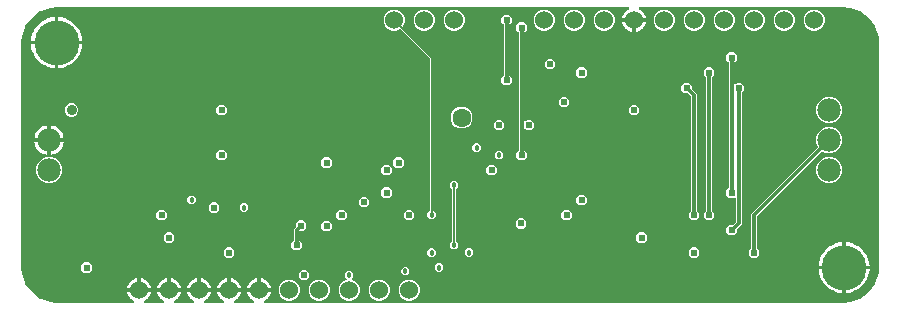
<source format=gbr>
G04 EAGLE Gerber RS-274X export*
G75*
%MOMM*%
%FSLAX34Y34*%
%LPD*%
%INEAGLE Copper Layer 2*%
%IPPOS*%
%AMOC8*
5,1,8,0,0,1.08239X$1,22.5*%
G01*
%ADD10C,1.981200*%
%ADD11C,1.524000*%
%ADD12C,3.816000*%
%ADD13C,0.609600*%
%ADD14C,0.304800*%
%ADD15C,1.600200*%
%ADD16C,0.457200*%
%ADD17C,0.152400*%
%ADD18C,0.914400*%

G36*
X97051Y2044D02*
X97051Y2044D01*
X97119Y2045D01*
X97171Y2063D01*
X97227Y2072D01*
X97287Y2104D01*
X97351Y2127D01*
X97395Y2161D01*
X97444Y2188D01*
X97491Y2237D01*
X97544Y2279D01*
X97575Y2325D01*
X97613Y2366D01*
X97642Y2427D01*
X97679Y2484D01*
X97693Y2538D01*
X97717Y2589D01*
X97725Y2656D01*
X97742Y2722D01*
X97738Y2778D01*
X97744Y2833D01*
X97730Y2900D01*
X97725Y2967D01*
X97704Y3019D01*
X97692Y3074D01*
X97657Y3132D01*
X97631Y3195D01*
X97594Y3237D01*
X97566Y3285D01*
X97514Y3329D01*
X97470Y3380D01*
X97404Y3423D01*
X97379Y3445D01*
X97359Y3453D01*
X97330Y3472D01*
X96275Y4010D01*
X94981Y4950D01*
X93850Y6081D01*
X92910Y7375D01*
X92184Y8800D01*
X91689Y10321D01*
X91554Y11177D01*
X100838Y11177D01*
X100858Y11180D01*
X100877Y11178D01*
X100979Y11200D01*
X101081Y11217D01*
X101098Y11226D01*
X101118Y11230D01*
X101207Y11283D01*
X101298Y11332D01*
X101312Y11346D01*
X101329Y11356D01*
X101396Y11435D01*
X101467Y11510D01*
X101476Y11528D01*
X101489Y11543D01*
X101527Y11639D01*
X101571Y11733D01*
X101573Y11753D01*
X101581Y11771D01*
X101599Y11938D01*
X101599Y12701D01*
X101601Y12701D01*
X101601Y11938D01*
X101604Y11918D01*
X101602Y11899D01*
X101624Y11797D01*
X101641Y11695D01*
X101650Y11678D01*
X101654Y11658D01*
X101707Y11569D01*
X101756Y11478D01*
X101770Y11464D01*
X101780Y11447D01*
X101859Y11380D01*
X101934Y11309D01*
X101952Y11300D01*
X101967Y11287D01*
X102063Y11248D01*
X102157Y11205D01*
X102177Y11203D01*
X102195Y11195D01*
X102362Y11177D01*
X111646Y11177D01*
X111511Y10321D01*
X111016Y8800D01*
X110290Y7375D01*
X109350Y6081D01*
X108219Y4950D01*
X106925Y4010D01*
X105870Y3472D01*
X105816Y3432D01*
X105756Y3400D01*
X105717Y3360D01*
X105672Y3327D01*
X105633Y3271D01*
X105587Y3222D01*
X105563Y3171D01*
X105531Y3125D01*
X105512Y3061D01*
X105483Y2999D01*
X105477Y2943D01*
X105461Y2890D01*
X105463Y2822D01*
X105456Y2755D01*
X105468Y2700D01*
X105470Y2644D01*
X105494Y2580D01*
X105508Y2514D01*
X105537Y2466D01*
X105557Y2414D01*
X105600Y2361D01*
X105634Y2303D01*
X105677Y2267D01*
X105712Y2223D01*
X105770Y2187D01*
X105821Y2143D01*
X105873Y2122D01*
X105921Y2092D01*
X105986Y2077D01*
X106049Y2051D01*
X106128Y2043D01*
X106160Y2035D01*
X106181Y2037D01*
X106216Y2033D01*
X122384Y2033D01*
X122451Y2044D01*
X122519Y2045D01*
X122571Y2063D01*
X122627Y2072D01*
X122687Y2104D01*
X122751Y2127D01*
X122795Y2161D01*
X122844Y2188D01*
X122891Y2237D01*
X122944Y2279D01*
X122975Y2325D01*
X123013Y2366D01*
X123042Y2427D01*
X123079Y2484D01*
X123093Y2538D01*
X123117Y2589D01*
X123125Y2656D01*
X123142Y2722D01*
X123138Y2778D01*
X123144Y2833D01*
X123130Y2900D01*
X123125Y2967D01*
X123104Y3019D01*
X123092Y3074D01*
X123057Y3132D01*
X123031Y3195D01*
X122994Y3237D01*
X122966Y3285D01*
X122914Y3329D01*
X122870Y3380D01*
X122804Y3423D01*
X122779Y3445D01*
X122759Y3453D01*
X122730Y3472D01*
X121675Y4010D01*
X120381Y4950D01*
X119250Y6081D01*
X118310Y7375D01*
X117584Y8800D01*
X117089Y10321D01*
X116954Y11177D01*
X126238Y11177D01*
X126258Y11180D01*
X126277Y11178D01*
X126379Y11200D01*
X126481Y11217D01*
X126498Y11226D01*
X126518Y11230D01*
X126607Y11283D01*
X126698Y11332D01*
X126712Y11346D01*
X126729Y11356D01*
X126796Y11435D01*
X126867Y11510D01*
X126876Y11528D01*
X126889Y11543D01*
X126927Y11639D01*
X126971Y11733D01*
X126973Y11753D01*
X126981Y11771D01*
X126999Y11938D01*
X126999Y12701D01*
X127001Y12701D01*
X127001Y11938D01*
X127004Y11918D01*
X127002Y11899D01*
X127024Y11797D01*
X127041Y11695D01*
X127050Y11678D01*
X127054Y11658D01*
X127107Y11569D01*
X127156Y11478D01*
X127170Y11464D01*
X127180Y11447D01*
X127259Y11380D01*
X127334Y11309D01*
X127352Y11300D01*
X127367Y11287D01*
X127463Y11248D01*
X127557Y11205D01*
X127577Y11203D01*
X127595Y11195D01*
X127762Y11177D01*
X137046Y11177D01*
X136911Y10321D01*
X136416Y8800D01*
X135690Y7375D01*
X134750Y6081D01*
X133619Y4950D01*
X132325Y4010D01*
X131270Y3472D01*
X131216Y3432D01*
X131156Y3400D01*
X131117Y3360D01*
X131072Y3327D01*
X131033Y3271D01*
X130987Y3222D01*
X130963Y3171D01*
X130931Y3125D01*
X130912Y3061D01*
X130883Y2999D01*
X130877Y2943D01*
X130861Y2890D01*
X130863Y2822D01*
X130856Y2755D01*
X130868Y2700D01*
X130870Y2644D01*
X130894Y2580D01*
X130908Y2514D01*
X130937Y2466D01*
X130957Y2414D01*
X131000Y2361D01*
X131034Y2303D01*
X131077Y2267D01*
X131112Y2223D01*
X131170Y2187D01*
X131221Y2143D01*
X131273Y2122D01*
X131321Y2092D01*
X131386Y2077D01*
X131449Y2051D01*
X131528Y2043D01*
X131560Y2035D01*
X131581Y2037D01*
X131616Y2033D01*
X147784Y2033D01*
X147851Y2044D01*
X147919Y2045D01*
X147971Y2063D01*
X148027Y2072D01*
X148087Y2104D01*
X148151Y2127D01*
X148195Y2161D01*
X148244Y2188D01*
X148291Y2237D01*
X148344Y2279D01*
X148375Y2325D01*
X148413Y2366D01*
X148442Y2427D01*
X148479Y2484D01*
X148493Y2538D01*
X148517Y2589D01*
X148525Y2656D01*
X148542Y2722D01*
X148538Y2778D01*
X148544Y2833D01*
X148530Y2900D01*
X148525Y2967D01*
X148504Y3019D01*
X148492Y3074D01*
X148457Y3132D01*
X148431Y3195D01*
X148394Y3237D01*
X148366Y3285D01*
X148314Y3329D01*
X148270Y3380D01*
X148204Y3423D01*
X148179Y3445D01*
X148159Y3453D01*
X148130Y3472D01*
X147075Y4010D01*
X145781Y4950D01*
X144650Y6081D01*
X143710Y7375D01*
X142984Y8800D01*
X142489Y10321D01*
X142354Y11177D01*
X151638Y11177D01*
X151658Y11180D01*
X151677Y11178D01*
X151779Y11200D01*
X151881Y11217D01*
X151898Y11226D01*
X151918Y11230D01*
X152007Y11283D01*
X152098Y11332D01*
X152112Y11346D01*
X152129Y11356D01*
X152196Y11435D01*
X152267Y11510D01*
X152276Y11528D01*
X152289Y11543D01*
X152327Y11639D01*
X152371Y11733D01*
X152373Y11753D01*
X152381Y11771D01*
X152399Y11938D01*
X152399Y12701D01*
X152401Y12701D01*
X152401Y11938D01*
X152404Y11918D01*
X152402Y11899D01*
X152424Y11797D01*
X152441Y11695D01*
X152450Y11678D01*
X152454Y11658D01*
X152507Y11569D01*
X152556Y11478D01*
X152570Y11464D01*
X152580Y11447D01*
X152659Y11380D01*
X152734Y11309D01*
X152752Y11300D01*
X152767Y11287D01*
X152863Y11248D01*
X152957Y11205D01*
X152977Y11203D01*
X152995Y11195D01*
X153162Y11177D01*
X162446Y11177D01*
X162311Y10321D01*
X161816Y8800D01*
X161090Y7375D01*
X160150Y6081D01*
X159019Y4950D01*
X157725Y4010D01*
X156670Y3472D01*
X156616Y3432D01*
X156556Y3400D01*
X156517Y3360D01*
X156472Y3327D01*
X156433Y3271D01*
X156387Y3222D01*
X156363Y3171D01*
X156331Y3125D01*
X156312Y3061D01*
X156283Y2999D01*
X156277Y2943D01*
X156261Y2890D01*
X156263Y2822D01*
X156256Y2755D01*
X156268Y2700D01*
X156270Y2644D01*
X156294Y2580D01*
X156308Y2514D01*
X156337Y2466D01*
X156357Y2414D01*
X156400Y2361D01*
X156434Y2303D01*
X156477Y2267D01*
X156512Y2223D01*
X156570Y2187D01*
X156621Y2143D01*
X156673Y2122D01*
X156721Y2092D01*
X156786Y2077D01*
X156849Y2051D01*
X156928Y2043D01*
X156960Y2035D01*
X156981Y2037D01*
X157016Y2033D01*
X173184Y2033D01*
X173251Y2044D01*
X173319Y2045D01*
X173371Y2063D01*
X173427Y2072D01*
X173487Y2104D01*
X173551Y2127D01*
X173595Y2161D01*
X173644Y2188D01*
X173691Y2237D01*
X173744Y2279D01*
X173775Y2325D01*
X173813Y2366D01*
X173842Y2427D01*
X173879Y2484D01*
X173893Y2538D01*
X173917Y2589D01*
X173925Y2656D01*
X173942Y2722D01*
X173938Y2778D01*
X173944Y2833D01*
X173930Y2900D01*
X173925Y2967D01*
X173904Y3019D01*
X173892Y3074D01*
X173857Y3132D01*
X173831Y3195D01*
X173794Y3237D01*
X173766Y3285D01*
X173714Y3329D01*
X173670Y3380D01*
X173604Y3423D01*
X173579Y3445D01*
X173559Y3453D01*
X173530Y3472D01*
X172475Y4010D01*
X171181Y4950D01*
X170050Y6081D01*
X169110Y7375D01*
X168384Y8800D01*
X167889Y10321D01*
X167754Y11177D01*
X177038Y11177D01*
X177058Y11180D01*
X177077Y11178D01*
X177179Y11200D01*
X177281Y11217D01*
X177298Y11226D01*
X177318Y11230D01*
X177407Y11283D01*
X177498Y11332D01*
X177512Y11346D01*
X177529Y11356D01*
X177596Y11435D01*
X177667Y11510D01*
X177676Y11528D01*
X177689Y11543D01*
X177727Y11639D01*
X177771Y11733D01*
X177773Y11753D01*
X177781Y11771D01*
X177799Y11938D01*
X177799Y12701D01*
X177801Y12701D01*
X177801Y11938D01*
X177804Y11918D01*
X177802Y11899D01*
X177824Y11797D01*
X177841Y11695D01*
X177850Y11678D01*
X177854Y11658D01*
X177907Y11569D01*
X177956Y11478D01*
X177970Y11464D01*
X177980Y11447D01*
X178059Y11380D01*
X178134Y11309D01*
X178152Y11300D01*
X178167Y11287D01*
X178263Y11248D01*
X178357Y11205D01*
X178377Y11203D01*
X178395Y11195D01*
X178562Y11177D01*
X187846Y11177D01*
X187711Y10321D01*
X187216Y8800D01*
X186490Y7375D01*
X185550Y6081D01*
X184419Y4950D01*
X183125Y4010D01*
X182070Y3472D01*
X182016Y3432D01*
X181956Y3400D01*
X181917Y3360D01*
X181872Y3327D01*
X181833Y3271D01*
X181787Y3222D01*
X181763Y3171D01*
X181731Y3125D01*
X181712Y3061D01*
X181683Y2999D01*
X181677Y2943D01*
X181661Y2890D01*
X181663Y2822D01*
X181656Y2755D01*
X181668Y2700D01*
X181670Y2644D01*
X181694Y2580D01*
X181708Y2514D01*
X181737Y2466D01*
X181757Y2414D01*
X181800Y2361D01*
X181834Y2303D01*
X181877Y2267D01*
X181912Y2223D01*
X181970Y2187D01*
X182021Y2143D01*
X182073Y2122D01*
X182121Y2092D01*
X182186Y2077D01*
X182249Y2051D01*
X182328Y2043D01*
X182360Y2035D01*
X182381Y2037D01*
X182416Y2033D01*
X198584Y2033D01*
X198651Y2044D01*
X198719Y2045D01*
X198771Y2063D01*
X198827Y2072D01*
X198887Y2104D01*
X198951Y2127D01*
X198995Y2161D01*
X199044Y2188D01*
X199091Y2237D01*
X199144Y2279D01*
X199175Y2325D01*
X199213Y2366D01*
X199242Y2427D01*
X199279Y2484D01*
X199293Y2538D01*
X199317Y2589D01*
X199325Y2656D01*
X199342Y2722D01*
X199338Y2778D01*
X199344Y2833D01*
X199330Y2900D01*
X199325Y2967D01*
X199304Y3019D01*
X199292Y3074D01*
X199257Y3132D01*
X199231Y3195D01*
X199194Y3237D01*
X199166Y3285D01*
X199114Y3329D01*
X199070Y3380D01*
X199004Y3423D01*
X198979Y3445D01*
X198959Y3453D01*
X198930Y3472D01*
X197875Y4010D01*
X196581Y4950D01*
X195450Y6081D01*
X194510Y7375D01*
X193784Y8800D01*
X193289Y10321D01*
X193154Y11177D01*
X202438Y11177D01*
X202458Y11180D01*
X202477Y11178D01*
X202579Y11200D01*
X202681Y11217D01*
X202698Y11226D01*
X202718Y11230D01*
X202807Y11283D01*
X202898Y11332D01*
X202912Y11346D01*
X202929Y11356D01*
X202996Y11435D01*
X203067Y11510D01*
X203076Y11528D01*
X203089Y11543D01*
X203127Y11639D01*
X203171Y11733D01*
X203173Y11753D01*
X203181Y11771D01*
X203199Y11938D01*
X203199Y12701D01*
X203201Y12701D01*
X203201Y11938D01*
X203204Y11918D01*
X203202Y11899D01*
X203224Y11797D01*
X203241Y11695D01*
X203250Y11678D01*
X203254Y11658D01*
X203307Y11569D01*
X203356Y11478D01*
X203370Y11464D01*
X203380Y11447D01*
X203459Y11380D01*
X203534Y11309D01*
X203552Y11300D01*
X203567Y11287D01*
X203663Y11248D01*
X203757Y11205D01*
X203777Y11203D01*
X203795Y11195D01*
X203962Y11177D01*
X213246Y11177D01*
X213111Y10321D01*
X212616Y8800D01*
X211890Y7375D01*
X210950Y6081D01*
X209819Y4950D01*
X208525Y4010D01*
X207470Y3472D01*
X207416Y3432D01*
X207356Y3400D01*
X207317Y3360D01*
X207272Y3327D01*
X207233Y3271D01*
X207187Y3222D01*
X207163Y3171D01*
X207131Y3125D01*
X207112Y3061D01*
X207083Y2999D01*
X207077Y2943D01*
X207061Y2890D01*
X207063Y2822D01*
X207056Y2755D01*
X207068Y2700D01*
X207070Y2644D01*
X207094Y2580D01*
X207108Y2514D01*
X207137Y2466D01*
X207157Y2414D01*
X207200Y2361D01*
X207234Y2303D01*
X207277Y2267D01*
X207312Y2223D01*
X207370Y2187D01*
X207421Y2143D01*
X207473Y2122D01*
X207521Y2092D01*
X207586Y2077D01*
X207649Y2051D01*
X207728Y2043D01*
X207760Y2035D01*
X207781Y2037D01*
X207816Y2033D01*
X698500Y2033D01*
X698522Y2036D01*
X698560Y2035D01*
X703089Y2392D01*
X703095Y2393D01*
X703101Y2393D01*
X703265Y2426D01*
X711881Y5226D01*
X711913Y5242D01*
X711947Y5251D01*
X712093Y5334D01*
X719422Y10659D01*
X719448Y10685D01*
X719478Y10704D01*
X719591Y10828D01*
X724916Y18157D01*
X724932Y18189D01*
X724955Y18216D01*
X725024Y18369D01*
X727824Y26985D01*
X727824Y26991D01*
X727827Y26996D01*
X727858Y27161D01*
X728215Y31690D01*
X728213Y31712D01*
X728217Y31750D01*
X728217Y222250D01*
X728214Y222272D01*
X728215Y222310D01*
X727858Y226839D01*
X727857Y226845D01*
X727857Y226851D01*
X727824Y227015D01*
X725024Y235631D01*
X725008Y235663D01*
X724999Y235697D01*
X724916Y235843D01*
X719591Y243172D01*
X719565Y243198D01*
X719546Y243228D01*
X719422Y243341D01*
X712093Y248666D01*
X712061Y248682D01*
X712034Y248705D01*
X711881Y248774D01*
X703265Y251574D01*
X703259Y251574D01*
X703254Y251577D01*
X703089Y251608D01*
X698560Y251965D01*
X698538Y251963D01*
X698500Y251967D01*
X525316Y251967D01*
X525249Y251956D01*
X525181Y251955D01*
X525129Y251937D01*
X525073Y251928D01*
X525013Y251896D01*
X524949Y251873D01*
X524905Y251839D01*
X524856Y251812D01*
X524809Y251763D01*
X524756Y251721D01*
X524725Y251675D01*
X524687Y251634D01*
X524658Y251573D01*
X524621Y251516D01*
X524607Y251462D01*
X524583Y251411D01*
X524575Y251344D01*
X524558Y251278D01*
X524562Y251222D01*
X524556Y251167D01*
X524570Y251100D01*
X524575Y251033D01*
X524596Y250981D01*
X524608Y250926D01*
X524643Y250868D01*
X524669Y250805D01*
X524706Y250763D01*
X524734Y250715D01*
X524786Y250671D01*
X524830Y250620D01*
X524896Y250577D01*
X524921Y250555D01*
X524941Y250547D01*
X524970Y250528D01*
X526025Y249990D01*
X527319Y249050D01*
X528450Y247919D01*
X529390Y246625D01*
X530116Y245200D01*
X530611Y243679D01*
X530746Y242823D01*
X521462Y242823D01*
X521442Y242820D01*
X521423Y242822D01*
X521321Y242800D01*
X521219Y242783D01*
X521202Y242774D01*
X521182Y242770D01*
X521093Y242717D01*
X521002Y242668D01*
X520988Y242654D01*
X520971Y242644D01*
X520904Y242565D01*
X520833Y242490D01*
X520824Y242472D01*
X520811Y242457D01*
X520773Y242361D01*
X520729Y242267D01*
X520727Y242247D01*
X520719Y242229D01*
X520701Y242062D01*
X520701Y241299D01*
X520699Y241299D01*
X520699Y242062D01*
X520696Y242082D01*
X520698Y242101D01*
X520676Y242203D01*
X520659Y242305D01*
X520650Y242322D01*
X520646Y242342D01*
X520593Y242431D01*
X520544Y242522D01*
X520530Y242536D01*
X520520Y242553D01*
X520441Y242620D01*
X520366Y242691D01*
X520348Y242700D01*
X520333Y242713D01*
X520237Y242752D01*
X520143Y242795D01*
X520123Y242797D01*
X520105Y242805D01*
X519938Y242823D01*
X510654Y242823D01*
X510789Y243679D01*
X511284Y245200D01*
X512010Y246625D01*
X512950Y247919D01*
X514081Y249050D01*
X515375Y249990D01*
X516430Y250528D01*
X516484Y250568D01*
X516544Y250600D01*
X516583Y250640D01*
X516628Y250673D01*
X516667Y250729D01*
X516713Y250778D01*
X516737Y250829D01*
X516769Y250875D01*
X516788Y250939D01*
X516817Y251001D01*
X516823Y251057D01*
X516839Y251110D01*
X516837Y251178D01*
X516844Y251245D01*
X516832Y251300D01*
X516830Y251356D01*
X516806Y251420D01*
X516792Y251486D01*
X516763Y251534D01*
X516743Y251586D01*
X516700Y251639D01*
X516666Y251697D01*
X516623Y251733D01*
X516588Y251777D01*
X516530Y251813D01*
X516479Y251857D01*
X516427Y251878D01*
X516379Y251908D01*
X516314Y251923D01*
X516251Y251949D01*
X516172Y251957D01*
X516140Y251965D01*
X516119Y251963D01*
X516084Y251967D01*
X31750Y251967D01*
X31728Y251964D01*
X31690Y251965D01*
X27161Y251608D01*
X27155Y251607D01*
X27149Y251607D01*
X26985Y251574D01*
X18369Y248774D01*
X18337Y248758D01*
X18303Y248749D01*
X18157Y248666D01*
X10828Y243341D01*
X10802Y243315D01*
X10772Y243296D01*
X10659Y243172D01*
X5334Y235843D01*
X5318Y235811D01*
X5295Y235784D01*
X5226Y235631D01*
X2426Y227015D01*
X2426Y227009D01*
X2423Y227004D01*
X2392Y226839D01*
X2035Y222310D01*
X2037Y222288D01*
X2033Y222250D01*
X2033Y31750D01*
X2036Y31728D01*
X2035Y31690D01*
X2392Y27161D01*
X2393Y27155D01*
X2393Y27149D01*
X2426Y26985D01*
X5226Y18369D01*
X5242Y18337D01*
X5251Y18303D01*
X5334Y18157D01*
X10659Y10828D01*
X10685Y10802D01*
X10704Y10772D01*
X10828Y10659D01*
X18157Y5334D01*
X18189Y5318D01*
X18216Y5295D01*
X18369Y5226D01*
X26985Y2426D01*
X26991Y2426D01*
X26996Y2423D01*
X27161Y2392D01*
X31690Y2035D01*
X31712Y2037D01*
X31750Y2033D01*
X96984Y2033D01*
X97051Y2044D01*
G37*
%LPC*%
G36*
X601461Y59181D02*
X601461Y59181D01*
X598931Y61711D01*
X598931Y65289D01*
X601461Y67819D01*
X603840Y67819D01*
X603930Y67833D01*
X604021Y67841D01*
X604051Y67853D01*
X604083Y67858D01*
X604163Y67901D01*
X604247Y67937D01*
X604279Y67963D01*
X604300Y67974D01*
X604322Y67997D01*
X604378Y68042D01*
X606963Y70627D01*
X607016Y70701D01*
X607076Y70770D01*
X607088Y70800D01*
X607107Y70827D01*
X607134Y70914D01*
X607168Y70998D01*
X607172Y71039D01*
X607179Y71062D01*
X607178Y71094D01*
X607186Y71165D01*
X607186Y91241D01*
X607175Y91312D01*
X607173Y91383D01*
X607155Y91432D01*
X607147Y91484D01*
X607113Y91547D01*
X607088Y91614D01*
X607056Y91655D01*
X607031Y91701D01*
X606979Y91750D01*
X606935Y91806D01*
X606891Y91834D01*
X606853Y91870D01*
X606788Y91901D01*
X606728Y91939D01*
X606677Y91952D01*
X606630Y91974D01*
X606559Y91982D01*
X606489Y91999D01*
X606437Y91995D01*
X606386Y92001D01*
X606315Y91986D01*
X606244Y91980D01*
X606196Y91960D01*
X606145Y91949D01*
X606084Y91912D01*
X606018Y91884D01*
X605962Y91839D01*
X605934Y91823D01*
X605919Y91805D01*
X605887Y91779D01*
X605039Y90931D01*
X601461Y90931D01*
X598931Y93461D01*
X598931Y97039D01*
X600613Y98721D01*
X600666Y98795D01*
X600726Y98864D01*
X600738Y98894D01*
X600757Y98921D01*
X600784Y99008D01*
X600818Y99092D01*
X600822Y99133D01*
X600829Y99156D01*
X600828Y99188D01*
X600836Y99259D01*
X600836Y205541D01*
X600822Y205631D01*
X600814Y205722D01*
X600802Y205752D01*
X600797Y205784D01*
X600754Y205864D01*
X600718Y205948D01*
X600692Y205980D01*
X600681Y206001D01*
X600658Y206023D01*
X600613Y206079D01*
X598931Y207761D01*
X598931Y211339D01*
X601461Y213869D01*
X605039Y213869D01*
X607569Y211339D01*
X607569Y207761D01*
X605887Y206079D01*
X605834Y206005D01*
X605774Y205936D01*
X605762Y205906D01*
X605743Y205879D01*
X605716Y205792D01*
X605682Y205708D01*
X605678Y205667D01*
X605671Y205644D01*
X605672Y205612D01*
X605664Y205541D01*
X605664Y187859D01*
X605675Y187788D01*
X605677Y187717D01*
X605695Y187668D01*
X605703Y187616D01*
X605737Y187553D01*
X605762Y187486D01*
X605794Y187445D01*
X605819Y187399D01*
X605871Y187350D01*
X605915Y187294D01*
X605959Y187266D01*
X605997Y187230D01*
X606062Y187199D01*
X606122Y187161D01*
X606173Y187148D01*
X606220Y187126D01*
X606291Y187118D01*
X606361Y187101D01*
X606413Y187105D01*
X606464Y187099D01*
X606535Y187114D01*
X606606Y187120D01*
X606654Y187140D01*
X606705Y187151D01*
X606766Y187188D01*
X606832Y187216D01*
X606888Y187261D01*
X606916Y187277D01*
X606931Y187295D01*
X606963Y187321D01*
X607811Y188169D01*
X611389Y188169D01*
X613919Y185639D01*
X613919Y182061D01*
X612237Y180379D01*
X612184Y180305D01*
X612124Y180236D01*
X612112Y180206D01*
X612093Y180179D01*
X612066Y180092D01*
X612032Y180008D01*
X612028Y179967D01*
X612021Y179944D01*
X612022Y179912D01*
X612014Y179841D01*
X612014Y68850D01*
X607792Y64628D01*
X607739Y64554D01*
X607679Y64485D01*
X607667Y64455D01*
X607648Y64428D01*
X607621Y64341D01*
X607587Y64257D01*
X607583Y64216D01*
X607576Y64193D01*
X607577Y64161D01*
X607569Y64090D01*
X607569Y61711D01*
X605039Y59181D01*
X601461Y59181D01*
G37*
%LPD*%
%LPC*%
G36*
X620511Y40131D02*
X620511Y40131D01*
X617981Y42661D01*
X617981Y46239D01*
X619663Y47921D01*
X619716Y47995D01*
X619776Y48064D01*
X619788Y48094D01*
X619807Y48121D01*
X619834Y48208D01*
X619844Y48234D01*
X619858Y48264D01*
X619859Y48270D01*
X619868Y48292D01*
X619872Y48333D01*
X619879Y48356D01*
X619878Y48388D01*
X619886Y48459D01*
X619886Y77200D01*
X675886Y133200D01*
X675929Y133260D01*
X675968Y133301D01*
X675984Y133334D01*
X676024Y133388D01*
X676026Y133394D01*
X676030Y133400D01*
X676060Y133499D01*
X676072Y133524D01*
X676074Y133541D01*
X676100Y133622D01*
X676100Y133629D01*
X676102Y133635D01*
X676099Y133751D01*
X676099Y133767D01*
X676099Y133768D01*
X676099Y133769D01*
X676098Y133868D01*
X676096Y133875D01*
X676096Y133880D01*
X676089Y133898D01*
X676051Y134029D01*
X674623Y137477D01*
X674623Y141923D01*
X676325Y146031D01*
X679469Y149175D01*
X683577Y150877D01*
X688023Y150877D01*
X692131Y149175D01*
X695275Y146031D01*
X696977Y141923D01*
X696977Y137477D01*
X695275Y133369D01*
X692131Y130225D01*
X688023Y128523D01*
X683577Y128523D01*
X680129Y129951D01*
X680016Y129978D01*
X679902Y130006D01*
X679896Y130006D01*
X679890Y130007D01*
X679773Y129996D01*
X679657Y129987D01*
X679651Y129985D01*
X679645Y129984D01*
X679537Y129936D01*
X679431Y129891D01*
X679425Y129886D01*
X679420Y129884D01*
X679407Y129872D01*
X679300Y129786D01*
X624937Y75423D01*
X624884Y75349D01*
X624824Y75280D01*
X624812Y75250D01*
X624793Y75223D01*
X624766Y75136D01*
X624732Y75052D01*
X624728Y75011D01*
X624721Y74988D01*
X624722Y74956D01*
X624714Y74885D01*
X624714Y48459D01*
X624716Y48443D01*
X624715Y48429D01*
X624729Y48365D01*
X624736Y48278D01*
X624748Y48248D01*
X624753Y48216D01*
X624766Y48192D01*
X624767Y48189D01*
X624775Y48176D01*
X624796Y48136D01*
X624832Y48052D01*
X624858Y48020D01*
X624869Y47999D01*
X624892Y47977D01*
X624937Y47921D01*
X626619Y46239D01*
X626619Y42661D01*
X624089Y40131D01*
X620511Y40131D01*
G37*
%LPD*%
%LPC*%
G36*
X347777Y72643D02*
X347777Y72643D01*
X345693Y74727D01*
X345693Y77673D01*
X347375Y79355D01*
X347428Y79429D01*
X347488Y79499D01*
X347500Y79529D01*
X347519Y79555D01*
X347546Y79642D01*
X347580Y79727D01*
X347584Y79768D01*
X347591Y79790D01*
X347590Y79822D01*
X347598Y79894D01*
X347598Y208550D01*
X347584Y208641D01*
X347576Y208731D01*
X347564Y208761D01*
X347559Y208793D01*
X347516Y208874D01*
X347480Y208958D01*
X347454Y208990D01*
X347443Y209011D01*
X347420Y209033D01*
X347375Y209089D01*
X323013Y233451D01*
X322919Y233519D01*
X322824Y233589D01*
X322818Y233591D01*
X322813Y233595D01*
X322702Y233629D01*
X322590Y233666D01*
X322584Y233666D01*
X322578Y233667D01*
X322461Y233664D01*
X322344Y233663D01*
X322337Y233661D01*
X322332Y233661D01*
X322314Y233655D01*
X322183Y233617D01*
X319268Y232409D01*
X315732Y232409D01*
X312464Y233763D01*
X309963Y236264D01*
X308609Y239532D01*
X308609Y243068D01*
X309963Y246336D01*
X312464Y248837D01*
X315732Y250191D01*
X319268Y250191D01*
X322536Y248837D01*
X325037Y246336D01*
X326391Y243068D01*
X326391Y239532D01*
X325183Y236617D01*
X325157Y236503D01*
X325128Y236390D01*
X325129Y236384D01*
X325127Y236378D01*
X325138Y236261D01*
X325147Y236145D01*
X325150Y236139D01*
X325150Y236133D01*
X325198Y236025D01*
X325244Y235918D01*
X325248Y235913D01*
X325250Y235908D01*
X325263Y235894D01*
X325349Y235787D01*
X350902Y210234D01*
X350902Y79894D01*
X350916Y79803D01*
X350924Y79713D01*
X350936Y79683D01*
X350941Y79651D01*
X350984Y79570D01*
X351020Y79486D01*
X351046Y79454D01*
X351057Y79433D01*
X351080Y79411D01*
X351125Y79355D01*
X352807Y77673D01*
X352807Y74727D01*
X350723Y72643D01*
X347777Y72643D01*
G37*
%LPD*%
%LPC*%
G36*
X423661Y122681D02*
X423661Y122681D01*
X421131Y125211D01*
X421131Y128789D01*
X422813Y130471D01*
X422866Y130545D01*
X422926Y130614D01*
X422938Y130644D01*
X422957Y130671D01*
X422984Y130758D01*
X423018Y130842D01*
X423022Y130883D01*
X423029Y130906D01*
X423028Y130938D01*
X423036Y131009D01*
X423036Y230941D01*
X423022Y231031D01*
X423014Y231122D01*
X423002Y231152D01*
X422997Y231184D01*
X422954Y231264D01*
X422918Y231348D01*
X422892Y231380D01*
X422881Y231401D01*
X422858Y231423D01*
X422813Y231479D01*
X421131Y233161D01*
X421131Y236739D01*
X423661Y239269D01*
X427239Y239269D01*
X429769Y236739D01*
X429769Y233161D01*
X428087Y231479D01*
X428034Y231405D01*
X427974Y231336D01*
X427962Y231306D01*
X427943Y231279D01*
X427916Y231192D01*
X427882Y231108D01*
X427878Y231067D01*
X427871Y231044D01*
X427872Y231012D01*
X427864Y230941D01*
X427864Y156409D01*
X427875Y156338D01*
X427877Y156267D01*
X427895Y156218D01*
X427903Y156166D01*
X427937Y156103D01*
X427962Y156036D01*
X427994Y155995D01*
X428019Y155949D01*
X428071Y155900D01*
X428115Y155844D01*
X428159Y155816D01*
X428197Y155780D01*
X428262Y155749D01*
X428322Y155711D01*
X428373Y155698D01*
X428420Y155676D01*
X428491Y155668D01*
X428561Y155651D01*
X428613Y155655D01*
X428664Y155649D01*
X428735Y155664D01*
X428806Y155670D01*
X428854Y155690D01*
X428905Y155701D01*
X428966Y155738D01*
X429032Y155766D01*
X429088Y155811D01*
X429116Y155827D01*
X429131Y155845D01*
X429163Y155871D01*
X430011Y156719D01*
X433589Y156719D01*
X436119Y154189D01*
X436119Y150611D01*
X433589Y148081D01*
X430011Y148081D01*
X429163Y148929D01*
X429105Y148971D01*
X429053Y149020D01*
X429006Y149042D01*
X428964Y149073D01*
X428895Y149094D01*
X428830Y149124D01*
X428778Y149130D01*
X428728Y149145D01*
X428657Y149143D01*
X428586Y149151D01*
X428535Y149140D01*
X428483Y149139D01*
X428415Y149114D01*
X428345Y149099D01*
X428300Y149072D01*
X428252Y149054D01*
X428196Y149009D01*
X428134Y148973D01*
X428100Y148933D01*
X428060Y148901D01*
X428021Y148840D01*
X427974Y148786D01*
X427955Y148737D01*
X427927Y148694D01*
X427909Y148624D01*
X427882Y148558D01*
X427874Y148486D01*
X427866Y148455D01*
X427868Y148432D01*
X427864Y148391D01*
X427864Y131009D01*
X427878Y130919D01*
X427886Y130828D01*
X427898Y130798D01*
X427903Y130766D01*
X427946Y130686D01*
X427982Y130602D01*
X428008Y130570D01*
X428019Y130549D01*
X428042Y130527D01*
X428087Y130471D01*
X429769Y128789D01*
X429769Y125211D01*
X427239Y122681D01*
X423661Y122681D01*
G37*
%LPD*%
%LPC*%
G36*
X582411Y71881D02*
X582411Y71881D01*
X579881Y74411D01*
X579881Y77989D01*
X581563Y79671D01*
X581616Y79745D01*
X581676Y79814D01*
X581688Y79844D01*
X581707Y79871D01*
X581734Y79958D01*
X581768Y80042D01*
X581772Y80083D01*
X581779Y80106D01*
X581778Y80138D01*
X581786Y80209D01*
X581786Y192841D01*
X581772Y192931D01*
X581764Y193022D01*
X581752Y193052D01*
X581747Y193084D01*
X581704Y193164D01*
X581668Y193248D01*
X581642Y193280D01*
X581631Y193301D01*
X581608Y193323D01*
X581563Y193379D01*
X579881Y195061D01*
X579881Y198639D01*
X582411Y201169D01*
X585989Y201169D01*
X588519Y198639D01*
X588519Y195061D01*
X586837Y193379D01*
X586784Y193305D01*
X586724Y193236D01*
X586712Y193206D01*
X586693Y193179D01*
X586666Y193092D01*
X586632Y193008D01*
X586628Y192967D01*
X586621Y192944D01*
X586622Y192912D01*
X586614Y192841D01*
X586614Y80209D01*
X586628Y80119D01*
X586636Y80028D01*
X586648Y79998D01*
X586653Y79966D01*
X586696Y79886D01*
X586732Y79802D01*
X586758Y79770D01*
X586769Y79749D01*
X586792Y79727D01*
X586837Y79671D01*
X588519Y77989D01*
X588519Y74411D01*
X585989Y71881D01*
X582411Y71881D01*
G37*
%LPD*%
%LPC*%
G36*
X569711Y71881D02*
X569711Y71881D01*
X567181Y74411D01*
X567181Y77989D01*
X568863Y79671D01*
X568916Y79745D01*
X568976Y79814D01*
X568988Y79844D01*
X569007Y79871D01*
X569034Y79958D01*
X569068Y80042D01*
X569072Y80083D01*
X569079Y80106D01*
X569078Y80138D01*
X569086Y80209D01*
X569086Y176185D01*
X569072Y176275D01*
X569064Y176366D01*
X569052Y176396D01*
X569047Y176428D01*
X569004Y176508D01*
X568968Y176592D01*
X568942Y176624D01*
X568931Y176645D01*
X568908Y176667D01*
X568863Y176723D01*
X566278Y179308D01*
X566204Y179361D01*
X566135Y179421D01*
X566105Y179433D01*
X566078Y179452D01*
X565991Y179479D01*
X565907Y179513D01*
X565866Y179517D01*
X565843Y179524D01*
X565811Y179523D01*
X565740Y179531D01*
X563361Y179531D01*
X560831Y182061D01*
X560831Y185639D01*
X563361Y188169D01*
X566939Y188169D01*
X569469Y185639D01*
X569469Y183260D01*
X569483Y183170D01*
X569491Y183079D01*
X569503Y183049D01*
X569508Y183017D01*
X569551Y182937D01*
X569587Y182853D01*
X569613Y182821D01*
X569624Y182800D01*
X569647Y182778D01*
X569692Y182722D01*
X573914Y178500D01*
X573914Y80209D01*
X573928Y80119D01*
X573936Y80028D01*
X573948Y79998D01*
X573953Y79966D01*
X573996Y79886D01*
X574032Y79802D01*
X574058Y79770D01*
X574069Y79749D01*
X574092Y79727D01*
X574137Y79671D01*
X575819Y77989D01*
X575819Y74411D01*
X573289Y71881D01*
X569711Y71881D01*
G37*
%LPD*%
%LPC*%
G36*
X683577Y103123D02*
X683577Y103123D01*
X679469Y104825D01*
X676325Y107969D01*
X674623Y112077D01*
X674623Y116523D01*
X676325Y120631D01*
X679469Y123775D01*
X683577Y125477D01*
X688023Y125477D01*
X692131Y123775D01*
X695275Y120631D01*
X696977Y116523D01*
X696977Y112077D01*
X695275Y107969D01*
X692131Y104825D01*
X688023Y103123D01*
X683577Y103123D01*
G37*
%LPD*%
%LPC*%
G36*
X23177Y103123D02*
X23177Y103123D01*
X19069Y104825D01*
X15925Y107969D01*
X14223Y112077D01*
X14223Y116523D01*
X15925Y120631D01*
X19069Y123775D01*
X23177Y125477D01*
X27623Y125477D01*
X31731Y123775D01*
X34875Y120631D01*
X36577Y116523D01*
X36577Y112077D01*
X34875Y107969D01*
X31731Y104825D01*
X27623Y103123D01*
X23177Y103123D01*
G37*
%LPD*%
%LPC*%
G36*
X683577Y153923D02*
X683577Y153923D01*
X679469Y155625D01*
X676325Y158769D01*
X674623Y162877D01*
X674623Y167323D01*
X676325Y171431D01*
X679469Y174575D01*
X683577Y176277D01*
X688023Y176277D01*
X692131Y174575D01*
X695275Y171431D01*
X696977Y167323D01*
X696977Y162877D01*
X695275Y158769D01*
X692131Y155625D01*
X688023Y153923D01*
X683577Y153923D01*
G37*
%LPD*%
%LPC*%
G36*
X410961Y186181D02*
X410961Y186181D01*
X408431Y188711D01*
X408431Y192289D01*
X410113Y193971D01*
X410166Y194045D01*
X410226Y194114D01*
X410238Y194144D01*
X410257Y194171D01*
X410284Y194258D01*
X410318Y194342D01*
X410322Y194383D01*
X410329Y194406D01*
X410328Y194438D01*
X410336Y194509D01*
X410336Y237291D01*
X410335Y237298D01*
X410334Y237302D01*
X410322Y237381D01*
X410314Y237472D01*
X410302Y237502D01*
X410297Y237534D01*
X410254Y237614D01*
X410218Y237698D01*
X410192Y237730D01*
X410181Y237751D01*
X410158Y237773D01*
X410113Y237829D01*
X408431Y239511D01*
X408431Y243089D01*
X410961Y245619D01*
X414539Y245619D01*
X417069Y243089D01*
X417069Y239511D01*
X415387Y237829D01*
X415334Y237755D01*
X415274Y237686D01*
X415262Y237656D01*
X415243Y237629D01*
X415216Y237542D01*
X415182Y237458D01*
X415178Y237417D01*
X415171Y237394D01*
X415172Y237362D01*
X415164Y237291D01*
X415164Y194509D01*
X415178Y194419D01*
X415186Y194328D01*
X415198Y194298D01*
X415203Y194266D01*
X415246Y194186D01*
X415282Y194102D01*
X415308Y194070D01*
X415319Y194049D01*
X415342Y194027D01*
X415387Y193971D01*
X417069Y192289D01*
X417069Y188711D01*
X414539Y186181D01*
X410961Y186181D01*
G37*
%LPD*%
%LPC*%
G36*
X700023Y33273D02*
X700023Y33273D01*
X700023Y53357D01*
X702727Y53001D01*
X705465Y52267D01*
X708083Y51183D01*
X710538Y49766D01*
X712786Y48040D01*
X714790Y46036D01*
X716516Y43788D01*
X717933Y41333D01*
X719017Y38715D01*
X719751Y35977D01*
X720107Y33273D01*
X700023Y33273D01*
G37*
%LPD*%
%LPC*%
G36*
X33273Y223773D02*
X33273Y223773D01*
X33273Y243857D01*
X35977Y243501D01*
X38715Y242767D01*
X41333Y241683D01*
X43788Y240266D01*
X46036Y238540D01*
X48040Y236536D01*
X49766Y234288D01*
X51183Y231833D01*
X52267Y229215D01*
X53001Y226477D01*
X53357Y223773D01*
X33273Y223773D01*
G37*
%LPD*%
%LPC*%
G36*
X33273Y220727D02*
X33273Y220727D01*
X53357Y220727D01*
X53001Y218023D01*
X52267Y215285D01*
X51183Y212667D01*
X49766Y210212D01*
X48040Y207964D01*
X46036Y205960D01*
X43788Y204234D01*
X41333Y202817D01*
X38715Y201733D01*
X35977Y200999D01*
X33273Y200643D01*
X33273Y220727D01*
G37*
%LPD*%
%LPC*%
G36*
X700023Y30227D02*
X700023Y30227D01*
X720107Y30227D01*
X719751Y27523D01*
X719017Y24785D01*
X717933Y22167D01*
X716516Y19712D01*
X714790Y17464D01*
X712786Y15460D01*
X710538Y13734D01*
X708083Y12317D01*
X705465Y11233D01*
X702727Y10499D01*
X700023Y10143D01*
X700023Y30227D01*
G37*
%LPD*%
%LPC*%
G36*
X10143Y223773D02*
X10143Y223773D01*
X10499Y226477D01*
X11233Y229215D01*
X12317Y231833D01*
X13734Y234288D01*
X15460Y236536D01*
X17464Y238540D01*
X19712Y240266D01*
X22167Y241683D01*
X24785Y242767D01*
X27523Y243501D01*
X30227Y243857D01*
X30227Y223773D01*
X10143Y223773D01*
G37*
%LPD*%
%LPC*%
G36*
X676893Y33273D02*
X676893Y33273D01*
X677249Y35977D01*
X677983Y38715D01*
X679067Y41333D01*
X680484Y43788D01*
X682210Y46036D01*
X684214Y48040D01*
X686462Y49766D01*
X688917Y51183D01*
X691535Y52267D01*
X694273Y53001D01*
X696977Y53357D01*
X696977Y33273D01*
X676893Y33273D01*
G37*
%LPD*%
%LPC*%
G36*
X27523Y200999D02*
X27523Y200999D01*
X24785Y201733D01*
X22167Y202817D01*
X19712Y204234D01*
X17464Y205960D01*
X15460Y207964D01*
X13734Y210212D01*
X12317Y212667D01*
X11233Y215285D01*
X10499Y218023D01*
X10143Y220727D01*
X30227Y220727D01*
X30227Y200643D01*
X27523Y200999D01*
G37*
%LPD*%
%LPC*%
G36*
X694273Y10499D02*
X694273Y10499D01*
X691535Y11233D01*
X688917Y12317D01*
X686462Y13734D01*
X684214Y15460D01*
X682210Y17464D01*
X680484Y19712D01*
X679067Y22167D01*
X677983Y24785D01*
X677249Y27523D01*
X676893Y30227D01*
X696977Y30227D01*
X696977Y10143D01*
X694273Y10499D01*
G37*
%LPD*%
%LPC*%
G36*
X277632Y3809D02*
X277632Y3809D01*
X274364Y5163D01*
X271863Y7664D01*
X270509Y10932D01*
X270509Y14468D01*
X271863Y17736D01*
X274364Y20237D01*
X276966Y21315D01*
X277005Y21339D01*
X277048Y21355D01*
X277109Y21404D01*
X277175Y21445D01*
X277205Y21480D01*
X277240Y21509D01*
X277283Y21574D01*
X277332Y21634D01*
X277349Y21677D01*
X277373Y21716D01*
X277392Y21791D01*
X277420Y21864D01*
X277422Y21910D01*
X277434Y21954D01*
X277427Y22032D01*
X277431Y22110D01*
X277418Y22154D01*
X277414Y22199D01*
X277384Y22271D01*
X277362Y22346D01*
X277336Y22384D01*
X277318Y22426D01*
X277233Y22533D01*
X277222Y22548D01*
X277218Y22551D01*
X277213Y22557D01*
X275843Y23927D01*
X275843Y26873D01*
X277927Y28957D01*
X280873Y28957D01*
X282957Y26873D01*
X282957Y23927D01*
X281587Y22557D01*
X281560Y22520D01*
X281526Y22488D01*
X281489Y22420D01*
X281443Y22357D01*
X281430Y22313D01*
X281408Y22273D01*
X281394Y22196D01*
X281371Y22122D01*
X281372Y22076D01*
X281364Y22031D01*
X281375Y21954D01*
X281377Y21876D01*
X281393Y21833D01*
X281400Y21788D01*
X281435Y21718D01*
X281462Y21645D01*
X281490Y21609D01*
X281511Y21568D01*
X281567Y21514D01*
X281615Y21453D01*
X281654Y21428D01*
X281687Y21396D01*
X281807Y21330D01*
X281822Y21320D01*
X281827Y21319D01*
X281834Y21315D01*
X284436Y20237D01*
X286937Y17736D01*
X288291Y14468D01*
X288291Y10932D01*
X286937Y7664D01*
X284436Y5163D01*
X281168Y3809D01*
X277632Y3809D01*
G37*
%LPD*%
%LPC*%
G36*
X372806Y149478D02*
X372806Y149478D01*
X369398Y150890D01*
X366790Y153498D01*
X365378Y156906D01*
X365378Y160594D01*
X366790Y164002D01*
X369398Y166610D01*
X372806Y168022D01*
X376494Y168022D01*
X379902Y166610D01*
X382510Y164002D01*
X383922Y160594D01*
X383922Y156906D01*
X382510Y153498D01*
X379902Y150890D01*
X376494Y149478D01*
X372806Y149478D01*
G37*
%LPD*%
%LPC*%
G36*
X645932Y232409D02*
X645932Y232409D01*
X642664Y233763D01*
X640163Y236264D01*
X638809Y239532D01*
X638809Y243068D01*
X640163Y246336D01*
X642664Y248837D01*
X645932Y250191D01*
X649468Y250191D01*
X652736Y248837D01*
X655237Y246336D01*
X656591Y243068D01*
X656591Y239532D01*
X655237Y236264D01*
X652736Y233763D01*
X649468Y232409D01*
X645932Y232409D01*
G37*
%LPD*%
%LPC*%
G36*
X303032Y3809D02*
X303032Y3809D01*
X299764Y5163D01*
X297263Y7664D01*
X295909Y10932D01*
X295909Y14468D01*
X297263Y17736D01*
X299764Y20237D01*
X303032Y21591D01*
X306568Y21591D01*
X309836Y20237D01*
X312337Y17736D01*
X313691Y14468D01*
X313691Y10932D01*
X312337Y7664D01*
X309836Y5163D01*
X306568Y3809D01*
X303032Y3809D01*
G37*
%LPD*%
%LPC*%
G36*
X468132Y232409D02*
X468132Y232409D01*
X464864Y233763D01*
X462363Y236264D01*
X461009Y239532D01*
X461009Y243068D01*
X462363Y246336D01*
X464864Y248837D01*
X468132Y250191D01*
X471668Y250191D01*
X474936Y248837D01*
X477437Y246336D01*
X478791Y243068D01*
X478791Y239532D01*
X477437Y236264D01*
X474936Y233763D01*
X471668Y232409D01*
X468132Y232409D01*
G37*
%LPD*%
%LPC*%
G36*
X341132Y232409D02*
X341132Y232409D01*
X337864Y233763D01*
X335363Y236264D01*
X334009Y239532D01*
X334009Y243068D01*
X335363Y246336D01*
X337864Y248837D01*
X341132Y250191D01*
X344668Y250191D01*
X347936Y248837D01*
X350437Y246336D01*
X351791Y243068D01*
X351791Y239532D01*
X350437Y236264D01*
X347936Y233763D01*
X344668Y232409D01*
X341132Y232409D01*
G37*
%LPD*%
%LPC*%
G36*
X366532Y232409D02*
X366532Y232409D01*
X363264Y233763D01*
X360763Y236264D01*
X359409Y239532D01*
X359409Y243068D01*
X360763Y246336D01*
X363264Y248837D01*
X366532Y250191D01*
X370068Y250191D01*
X373336Y248837D01*
X375837Y246336D01*
X377191Y243068D01*
X377191Y239532D01*
X375837Y236264D01*
X373336Y233763D01*
X370068Y232409D01*
X366532Y232409D01*
G37*
%LPD*%
%LPC*%
G36*
X442732Y232409D02*
X442732Y232409D01*
X439464Y233763D01*
X436963Y236264D01*
X435609Y239532D01*
X435609Y243068D01*
X436963Y246336D01*
X439464Y248837D01*
X442732Y250191D01*
X446268Y250191D01*
X449536Y248837D01*
X452037Y246336D01*
X453391Y243068D01*
X453391Y239532D01*
X452037Y236264D01*
X449536Y233763D01*
X446268Y232409D01*
X442732Y232409D01*
G37*
%LPD*%
%LPC*%
G36*
X671332Y232409D02*
X671332Y232409D01*
X668064Y233763D01*
X665563Y236264D01*
X664209Y239532D01*
X664209Y243068D01*
X665563Y246336D01*
X668064Y248837D01*
X671332Y250191D01*
X674868Y250191D01*
X678136Y248837D01*
X680637Y246336D01*
X681991Y243068D01*
X681991Y239532D01*
X680637Y236264D01*
X678136Y233763D01*
X674868Y232409D01*
X671332Y232409D01*
G37*
%LPD*%
%LPC*%
G36*
X493532Y232409D02*
X493532Y232409D01*
X490264Y233763D01*
X487763Y236264D01*
X486409Y239532D01*
X486409Y243068D01*
X487763Y246336D01*
X490264Y248837D01*
X493532Y250191D01*
X497068Y250191D01*
X500336Y248837D01*
X502837Y246336D01*
X504191Y243068D01*
X504191Y239532D01*
X502837Y236264D01*
X500336Y233763D01*
X497068Y232409D01*
X493532Y232409D01*
G37*
%LPD*%
%LPC*%
G36*
X569732Y232409D02*
X569732Y232409D01*
X566464Y233763D01*
X563963Y236264D01*
X562609Y239532D01*
X562609Y243068D01*
X563963Y246336D01*
X566464Y248837D01*
X569732Y250191D01*
X573268Y250191D01*
X576536Y248837D01*
X579037Y246336D01*
X580391Y243068D01*
X580391Y239532D01*
X579037Y236264D01*
X576536Y233763D01*
X573268Y232409D01*
X569732Y232409D01*
G37*
%LPD*%
%LPC*%
G36*
X544332Y232409D02*
X544332Y232409D01*
X541064Y233763D01*
X538563Y236264D01*
X537209Y239532D01*
X537209Y243068D01*
X538563Y246336D01*
X541064Y248837D01*
X544332Y250191D01*
X547868Y250191D01*
X551136Y248837D01*
X553637Y246336D01*
X554991Y243068D01*
X554991Y239532D01*
X553637Y236264D01*
X551136Y233763D01*
X547868Y232409D01*
X544332Y232409D01*
G37*
%LPD*%
%LPC*%
G36*
X595132Y232409D02*
X595132Y232409D01*
X591864Y233763D01*
X589363Y236264D01*
X588009Y239532D01*
X588009Y243068D01*
X589363Y246336D01*
X591864Y248837D01*
X595132Y250191D01*
X598668Y250191D01*
X601936Y248837D01*
X604437Y246336D01*
X605791Y243068D01*
X605791Y239532D01*
X604437Y236264D01*
X601936Y233763D01*
X598668Y232409D01*
X595132Y232409D01*
G37*
%LPD*%
%LPC*%
G36*
X620532Y232409D02*
X620532Y232409D01*
X617264Y233763D01*
X614763Y236264D01*
X613409Y239532D01*
X613409Y243068D01*
X614763Y246336D01*
X617264Y248837D01*
X620532Y250191D01*
X624068Y250191D01*
X627336Y248837D01*
X629837Y246336D01*
X631191Y243068D01*
X631191Y239532D01*
X629837Y236264D01*
X627336Y233763D01*
X624068Y232409D01*
X620532Y232409D01*
G37*
%LPD*%
%LPC*%
G36*
X252232Y3809D02*
X252232Y3809D01*
X248964Y5163D01*
X246463Y7664D01*
X245109Y10932D01*
X245109Y14468D01*
X246463Y17736D01*
X248964Y20237D01*
X252232Y21591D01*
X255768Y21591D01*
X259036Y20237D01*
X261537Y17736D01*
X262891Y14468D01*
X262891Y10932D01*
X261537Y7664D01*
X259036Y5163D01*
X255768Y3809D01*
X252232Y3809D01*
G37*
%LPD*%
%LPC*%
G36*
X226832Y3809D02*
X226832Y3809D01*
X223564Y5163D01*
X221063Y7664D01*
X219709Y10932D01*
X219709Y14468D01*
X221063Y17736D01*
X223564Y20237D01*
X226832Y21591D01*
X230368Y21591D01*
X233636Y20237D01*
X236137Y17736D01*
X237491Y14468D01*
X237491Y10932D01*
X236137Y7664D01*
X233636Y5163D01*
X230368Y3809D01*
X226832Y3809D01*
G37*
%LPD*%
%LPC*%
G36*
X328432Y3809D02*
X328432Y3809D01*
X325164Y5163D01*
X322663Y7664D01*
X321309Y10932D01*
X321309Y14468D01*
X322663Y17736D01*
X325164Y20237D01*
X328432Y21591D01*
X331968Y21591D01*
X335236Y20237D01*
X337737Y17736D01*
X339091Y14468D01*
X339091Y10932D01*
X337737Y7664D01*
X335236Y5163D01*
X331968Y3809D01*
X328432Y3809D01*
G37*
%LPD*%
%LPC*%
G36*
X366827Y47243D02*
X366827Y47243D01*
X364743Y49327D01*
X364743Y52273D01*
X366425Y53955D01*
X366478Y54029D01*
X366538Y54099D01*
X366550Y54129D01*
X366569Y54155D01*
X366596Y54242D01*
X366630Y54327D01*
X366634Y54368D01*
X366641Y54390D01*
X366640Y54422D01*
X366648Y54494D01*
X366648Y97906D01*
X366634Y97997D01*
X366626Y98087D01*
X366614Y98117D01*
X366609Y98149D01*
X366566Y98230D01*
X366530Y98314D01*
X366504Y98346D01*
X366493Y98367D01*
X366470Y98389D01*
X366425Y98445D01*
X364743Y100127D01*
X364743Y103073D01*
X366827Y105157D01*
X369773Y105157D01*
X371857Y103073D01*
X371857Y100127D01*
X370175Y98445D01*
X370122Y98371D01*
X370062Y98301D01*
X370050Y98271D01*
X370031Y98245D01*
X370004Y98158D01*
X369970Y98073D01*
X369966Y98032D01*
X369959Y98010D01*
X369960Y97978D01*
X369952Y97906D01*
X369952Y54494D01*
X369966Y54403D01*
X369974Y54313D01*
X369986Y54283D01*
X369991Y54251D01*
X370034Y54170D01*
X370070Y54086D01*
X370096Y54054D01*
X370107Y54033D01*
X370130Y54011D01*
X370175Y53955D01*
X371857Y52273D01*
X371857Y49327D01*
X369773Y47243D01*
X366827Y47243D01*
G37*
%LPD*%
%LPC*%
G36*
X233161Y46481D02*
X233161Y46481D01*
X230631Y49011D01*
X230631Y52589D01*
X232313Y54271D01*
X232366Y54345D01*
X232426Y54414D01*
X232438Y54444D01*
X232457Y54471D01*
X232484Y54558D01*
X232518Y54642D01*
X232522Y54683D01*
X232529Y54706D01*
X232528Y54738D01*
X232536Y54809D01*
X232536Y64500D01*
X234218Y66182D01*
X234271Y66256D01*
X234331Y66325D01*
X234343Y66355D01*
X234362Y66382D01*
X234389Y66469D01*
X234423Y66553D01*
X234427Y66594D01*
X234434Y66617D01*
X234433Y66649D01*
X234441Y66720D01*
X234441Y69099D01*
X236971Y71629D01*
X240549Y71629D01*
X243079Y69099D01*
X243079Y65521D01*
X240549Y62991D01*
X238170Y62991D01*
X238080Y62977D01*
X237989Y62969D01*
X237959Y62957D01*
X237927Y62952D01*
X237847Y62909D01*
X237763Y62873D01*
X237731Y62847D01*
X237710Y62836D01*
X237688Y62813D01*
X237632Y62768D01*
X237587Y62723D01*
X237534Y62649D01*
X237474Y62580D01*
X237462Y62550D01*
X237443Y62523D01*
X237416Y62436D01*
X237395Y62382D01*
X237392Y62376D01*
X237392Y62375D01*
X237382Y62352D01*
X237378Y62311D01*
X237371Y62288D01*
X237372Y62256D01*
X237364Y62185D01*
X237364Y54809D01*
X237378Y54719D01*
X237386Y54628D01*
X237398Y54598D01*
X237403Y54566D01*
X237446Y54486D01*
X237482Y54402D01*
X237508Y54370D01*
X237519Y54349D01*
X237542Y54327D01*
X237587Y54271D01*
X239269Y52589D01*
X239269Y49011D01*
X236739Y46481D01*
X233161Y46481D01*
G37*
%LPD*%
%LPC*%
G36*
X43288Y159257D02*
X43288Y159257D01*
X41140Y160147D01*
X39497Y161790D01*
X38607Y163938D01*
X38607Y166262D01*
X39497Y168410D01*
X41140Y170053D01*
X43288Y170943D01*
X45612Y170943D01*
X47760Y170053D01*
X49403Y168410D01*
X50293Y166262D01*
X50293Y163938D01*
X49403Y161790D01*
X47760Y160147D01*
X45612Y159257D01*
X43288Y159257D01*
G37*
%LPD*%
%LPC*%
G36*
X26923Y141223D02*
X26923Y141223D01*
X26923Y152061D01*
X28315Y151840D01*
X30178Y151235D01*
X31923Y150345D01*
X33509Y149194D01*
X34894Y147809D01*
X36045Y146223D01*
X36935Y144478D01*
X37540Y142615D01*
X37761Y141223D01*
X26923Y141223D01*
G37*
%LPD*%
%LPC*%
G36*
X26923Y138177D02*
X26923Y138177D01*
X37761Y138177D01*
X37540Y136785D01*
X36935Y134922D01*
X36045Y133177D01*
X34894Y131591D01*
X33509Y130206D01*
X31923Y129055D01*
X30178Y128165D01*
X28315Y127560D01*
X26923Y127339D01*
X26923Y138177D01*
G37*
%LPD*%
%LPC*%
G36*
X13039Y141223D02*
X13039Y141223D01*
X13260Y142615D01*
X13865Y144478D01*
X14755Y146223D01*
X15906Y147809D01*
X17291Y149194D01*
X18877Y150345D01*
X20622Y151235D01*
X22485Y151840D01*
X23877Y152061D01*
X23877Y141223D01*
X13039Y141223D01*
G37*
%LPD*%
%LPC*%
G36*
X22485Y127560D02*
X22485Y127560D01*
X20622Y128165D01*
X18877Y129055D01*
X17291Y130206D01*
X15906Y131591D01*
X14755Y133177D01*
X13865Y134922D01*
X13260Y136785D01*
X13039Y138177D01*
X23877Y138177D01*
X23877Y127339D01*
X22485Y127560D01*
G37*
%LPD*%
%LPC*%
G36*
X404611Y148081D02*
X404611Y148081D01*
X402081Y150611D01*
X402081Y154189D01*
X404611Y156719D01*
X408189Y156719D01*
X410719Y154189D01*
X410719Y150611D01*
X408189Y148081D01*
X404611Y148081D01*
G37*
%LPD*%
%LPC*%
G36*
X169661Y122681D02*
X169661Y122681D01*
X167131Y125211D01*
X167131Y128789D01*
X169661Y131319D01*
X173239Y131319D01*
X175769Y128789D01*
X175769Y125211D01*
X173239Y122681D01*
X169661Y122681D01*
G37*
%LPD*%
%LPC*%
G36*
X319521Y116331D02*
X319521Y116331D01*
X316991Y118861D01*
X316991Y122439D01*
X319521Y124969D01*
X323099Y124969D01*
X325629Y122439D01*
X325629Y118861D01*
X323099Y116331D01*
X319521Y116331D01*
G37*
%LPD*%
%LPC*%
G36*
X258561Y116331D02*
X258561Y116331D01*
X256031Y118861D01*
X256031Y122439D01*
X258561Y124969D01*
X262139Y124969D01*
X264669Y122439D01*
X264669Y118861D01*
X262139Y116331D01*
X258561Y116331D01*
G37*
%LPD*%
%LPC*%
G36*
X398261Y109981D02*
X398261Y109981D01*
X395731Y112511D01*
X395731Y116089D01*
X398261Y118619D01*
X401839Y118619D01*
X404369Y116089D01*
X404369Y112511D01*
X401839Y109981D01*
X398261Y109981D01*
G37*
%LPD*%
%LPC*%
G36*
X309361Y109981D02*
X309361Y109981D01*
X306831Y112511D01*
X306831Y116089D01*
X309361Y118619D01*
X312939Y118619D01*
X315469Y116089D01*
X315469Y112511D01*
X312939Y109981D01*
X309361Y109981D01*
G37*
%LPD*%
%LPC*%
G36*
X309361Y90931D02*
X309361Y90931D01*
X306831Y93461D01*
X306831Y97039D01*
X309361Y99569D01*
X312939Y99569D01*
X315469Y97039D01*
X315469Y93461D01*
X312939Y90931D01*
X309361Y90931D01*
G37*
%LPD*%
%LPC*%
G36*
X474461Y84581D02*
X474461Y84581D01*
X471931Y87111D01*
X471931Y90689D01*
X474461Y93219D01*
X478039Y93219D01*
X480569Y90689D01*
X480569Y87111D01*
X478039Y84581D01*
X474461Y84581D01*
G37*
%LPD*%
%LPC*%
G36*
X290311Y82803D02*
X290311Y82803D01*
X287781Y85333D01*
X287781Y88911D01*
X290311Y91441D01*
X293889Y91441D01*
X296419Y88911D01*
X296419Y85333D01*
X293889Y82803D01*
X290311Y82803D01*
G37*
%LPD*%
%LPC*%
G36*
X163311Y78231D02*
X163311Y78231D01*
X160781Y80761D01*
X160781Y84339D01*
X163311Y86869D01*
X166889Y86869D01*
X169419Y84339D01*
X169419Y80761D01*
X166889Y78231D01*
X163311Y78231D01*
G37*
%LPD*%
%LPC*%
G36*
X461761Y71881D02*
X461761Y71881D01*
X459231Y74411D01*
X459231Y77989D01*
X461761Y80519D01*
X465339Y80519D01*
X467869Y77989D01*
X467869Y74411D01*
X465339Y71881D01*
X461761Y71881D01*
G37*
%LPD*%
%LPC*%
G36*
X328411Y71881D02*
X328411Y71881D01*
X325881Y74411D01*
X325881Y77989D01*
X328411Y80519D01*
X331989Y80519D01*
X334519Y77989D01*
X334519Y74411D01*
X331989Y71881D01*
X328411Y71881D01*
G37*
%LPD*%
%LPC*%
G36*
X271261Y71881D02*
X271261Y71881D01*
X268731Y74411D01*
X268731Y77989D01*
X271261Y80519D01*
X274839Y80519D01*
X277369Y77989D01*
X277369Y74411D01*
X274839Y71881D01*
X271261Y71881D01*
G37*
%LPD*%
%LPC*%
G36*
X118861Y71881D02*
X118861Y71881D01*
X116331Y74411D01*
X116331Y77989D01*
X118861Y80519D01*
X122439Y80519D01*
X124969Y77989D01*
X124969Y74411D01*
X122439Y71881D01*
X118861Y71881D01*
G37*
%LPD*%
%LPC*%
G36*
X422883Y64753D02*
X422883Y64753D01*
X420353Y67283D01*
X420353Y70861D01*
X422883Y73390D01*
X426461Y73390D01*
X428990Y70861D01*
X428990Y67283D01*
X426461Y64753D01*
X422883Y64753D01*
G37*
%LPD*%
%LPC*%
G36*
X258561Y62555D02*
X258561Y62555D01*
X256031Y65085D01*
X256031Y68663D01*
X258561Y71193D01*
X262139Y71193D01*
X264669Y68663D01*
X264669Y65085D01*
X262139Y62555D01*
X258561Y62555D01*
G37*
%LPD*%
%LPC*%
G36*
X525261Y52831D02*
X525261Y52831D01*
X522731Y55361D01*
X522731Y58939D01*
X525261Y61469D01*
X528839Y61469D01*
X531369Y58939D01*
X531369Y55361D01*
X528839Y52831D01*
X525261Y52831D01*
G37*
%LPD*%
%LPC*%
G36*
X125211Y52831D02*
X125211Y52831D01*
X122681Y55361D01*
X122681Y58939D01*
X125211Y61469D01*
X128789Y61469D01*
X131319Y58939D01*
X131319Y55361D01*
X128789Y52831D01*
X125211Y52831D01*
G37*
%LPD*%
%LPC*%
G36*
X569711Y40131D02*
X569711Y40131D01*
X567181Y42661D01*
X567181Y46239D01*
X569711Y48769D01*
X573289Y48769D01*
X575819Y46239D01*
X575819Y42661D01*
X573289Y40131D01*
X569711Y40131D01*
G37*
%LPD*%
%LPC*%
G36*
X176011Y40131D02*
X176011Y40131D01*
X173481Y42661D01*
X173481Y46239D01*
X176011Y48769D01*
X179589Y48769D01*
X182119Y46239D01*
X182119Y42661D01*
X179589Y40131D01*
X176011Y40131D01*
G37*
%LPD*%
%LPC*%
G36*
X55361Y27431D02*
X55361Y27431D01*
X52831Y29961D01*
X52831Y33539D01*
X55361Y36069D01*
X58939Y36069D01*
X61469Y33539D01*
X61469Y29961D01*
X58939Y27431D01*
X55361Y27431D01*
G37*
%LPD*%
%LPC*%
G36*
X448030Y199912D02*
X448030Y199912D01*
X445500Y202442D01*
X445500Y206020D01*
X448030Y208550D01*
X451608Y208550D01*
X454138Y206020D01*
X454138Y202442D01*
X451608Y199912D01*
X448030Y199912D01*
G37*
%LPD*%
%LPC*%
G36*
X239511Y21081D02*
X239511Y21081D01*
X236981Y23611D01*
X236981Y27189D01*
X239511Y29719D01*
X243089Y29719D01*
X245619Y27189D01*
X245619Y23611D01*
X243089Y21081D01*
X239511Y21081D01*
G37*
%LPD*%
%LPC*%
G36*
X474461Y192531D02*
X474461Y192531D01*
X471931Y195061D01*
X471931Y198639D01*
X474461Y201169D01*
X478039Y201169D01*
X480569Y198639D01*
X480569Y195061D01*
X478039Y192531D01*
X474461Y192531D01*
G37*
%LPD*%
%LPC*%
G36*
X459371Y167431D02*
X459371Y167431D01*
X456841Y169961D01*
X456841Y173539D01*
X459371Y176069D01*
X462949Y176069D01*
X465479Y173539D01*
X465479Y169961D01*
X462949Y167431D01*
X459371Y167431D01*
G37*
%LPD*%
%LPC*%
G36*
X518911Y160781D02*
X518911Y160781D01*
X516381Y163311D01*
X516381Y166889D01*
X518911Y169419D01*
X522489Y169419D01*
X525019Y166889D01*
X525019Y163311D01*
X522489Y160781D01*
X518911Y160781D01*
G37*
%LPD*%
%LPC*%
G36*
X169661Y160781D02*
X169661Y160781D01*
X167131Y163311D01*
X167131Y166889D01*
X169661Y169419D01*
X173239Y169419D01*
X175769Y166889D01*
X175769Y163311D01*
X173239Y160781D01*
X169661Y160781D01*
G37*
%LPD*%
%LPC*%
G36*
X103123Y14223D02*
X103123Y14223D01*
X103123Y22746D01*
X103979Y22611D01*
X105500Y22116D01*
X106925Y21390D01*
X108219Y20450D01*
X109350Y19319D01*
X110290Y18025D01*
X111016Y16600D01*
X111511Y15079D01*
X111646Y14223D01*
X103123Y14223D01*
G37*
%LPD*%
%LPC*%
G36*
X153923Y14223D02*
X153923Y14223D01*
X153923Y22746D01*
X154779Y22611D01*
X156300Y22116D01*
X157725Y21390D01*
X159019Y20450D01*
X160150Y19319D01*
X161090Y18025D01*
X161816Y16600D01*
X162311Y15079D01*
X162446Y14223D01*
X153923Y14223D01*
G37*
%LPD*%
%LPC*%
G36*
X179323Y14223D02*
X179323Y14223D01*
X179323Y22746D01*
X180179Y22611D01*
X181700Y22116D01*
X183125Y21390D01*
X184419Y20450D01*
X185550Y19319D01*
X186490Y18025D01*
X187216Y16600D01*
X187711Y15079D01*
X187846Y14223D01*
X179323Y14223D01*
G37*
%LPD*%
%LPC*%
G36*
X204723Y14223D02*
X204723Y14223D01*
X204723Y22746D01*
X205579Y22611D01*
X207100Y22116D01*
X208525Y21390D01*
X209819Y20450D01*
X210950Y19319D01*
X211890Y18025D01*
X212616Y16600D01*
X213111Y15079D01*
X213246Y14223D01*
X204723Y14223D01*
G37*
%LPD*%
%LPC*%
G36*
X128523Y14223D02*
X128523Y14223D01*
X128523Y22746D01*
X129379Y22611D01*
X130900Y22116D01*
X132325Y21390D01*
X133619Y20450D01*
X134750Y19319D01*
X135690Y18025D01*
X136416Y16600D01*
X136911Y15079D01*
X137046Y14223D01*
X128523Y14223D01*
G37*
%LPD*%
%LPC*%
G36*
X522223Y239777D02*
X522223Y239777D01*
X530746Y239777D01*
X530611Y238921D01*
X530116Y237400D01*
X529390Y235975D01*
X528450Y234681D01*
X527319Y233550D01*
X526025Y232610D01*
X524600Y231884D01*
X523079Y231389D01*
X522223Y231254D01*
X522223Y239777D01*
G37*
%LPD*%
%LPC*%
G36*
X193154Y14223D02*
X193154Y14223D01*
X193289Y15079D01*
X193784Y16600D01*
X194510Y18025D01*
X195450Y19319D01*
X196581Y20450D01*
X197875Y21390D01*
X199300Y22116D01*
X200821Y22611D01*
X201677Y22746D01*
X201677Y14223D01*
X193154Y14223D01*
G37*
%LPD*%
%LPC*%
G36*
X91554Y14223D02*
X91554Y14223D01*
X91689Y15079D01*
X92184Y16600D01*
X92910Y18025D01*
X93850Y19319D01*
X94981Y20450D01*
X96275Y21390D01*
X97700Y22116D01*
X99221Y22611D01*
X100077Y22746D01*
X100077Y14223D01*
X91554Y14223D01*
G37*
%LPD*%
%LPC*%
G36*
X116954Y14223D02*
X116954Y14223D01*
X117089Y15079D01*
X117584Y16600D01*
X118310Y18025D01*
X119250Y19319D01*
X120381Y20450D01*
X121675Y21390D01*
X123100Y22116D01*
X124621Y22611D01*
X125477Y22746D01*
X125477Y14223D01*
X116954Y14223D01*
G37*
%LPD*%
%LPC*%
G36*
X142354Y14223D02*
X142354Y14223D01*
X142489Y15079D01*
X142984Y16600D01*
X143710Y18025D01*
X144650Y19319D01*
X145781Y20450D01*
X147075Y21390D01*
X148500Y22116D01*
X150021Y22611D01*
X150877Y22746D01*
X150877Y14223D01*
X142354Y14223D01*
G37*
%LPD*%
%LPC*%
G36*
X167754Y14223D02*
X167754Y14223D01*
X167889Y15079D01*
X168384Y16600D01*
X169110Y18025D01*
X170050Y19319D01*
X171181Y20450D01*
X172475Y21390D01*
X173900Y22116D01*
X175421Y22611D01*
X176277Y22746D01*
X176277Y14223D01*
X167754Y14223D01*
G37*
%LPD*%
%LPC*%
G36*
X518321Y231389D02*
X518321Y231389D01*
X516800Y231884D01*
X515375Y232610D01*
X514081Y233550D01*
X512950Y234681D01*
X512010Y235975D01*
X511284Y237400D01*
X510789Y238921D01*
X510654Y239777D01*
X519177Y239777D01*
X519177Y231254D01*
X518321Y231389D01*
G37*
%LPD*%
%LPC*%
G36*
X404927Y123443D02*
X404927Y123443D01*
X402843Y125527D01*
X402843Y128473D01*
X404927Y130557D01*
X407873Y130557D01*
X409957Y128473D01*
X409957Y125527D01*
X407873Y123443D01*
X404927Y123443D01*
G37*
%LPD*%
%LPC*%
G36*
X354127Y28193D02*
X354127Y28193D01*
X352043Y30277D01*
X352043Y33223D01*
X354127Y35307D01*
X357073Y35307D01*
X359157Y33223D01*
X359157Y30277D01*
X357073Y28193D01*
X354127Y28193D01*
G37*
%LPD*%
%LPC*%
G36*
X325552Y25018D02*
X325552Y25018D01*
X323468Y27102D01*
X323468Y30048D01*
X325552Y32132D01*
X328498Y32132D01*
X330582Y30048D01*
X330582Y27102D01*
X328498Y25018D01*
X325552Y25018D01*
G37*
%LPD*%
%LPC*%
G36*
X144577Y85164D02*
X144577Y85164D01*
X142493Y87248D01*
X142493Y90194D01*
X144577Y92278D01*
X147523Y92278D01*
X149607Y90194D01*
X149607Y87248D01*
X147523Y85164D01*
X144577Y85164D01*
G37*
%LPD*%
%LPC*%
G36*
X385877Y129793D02*
X385877Y129793D01*
X383793Y131877D01*
X383793Y134823D01*
X385877Y136907D01*
X388823Y136907D01*
X390907Y134823D01*
X390907Y131877D01*
X388823Y129793D01*
X385877Y129793D01*
G37*
%LPD*%
%LPC*%
G36*
X189027Y78993D02*
X189027Y78993D01*
X186943Y81077D01*
X186943Y84023D01*
X189027Y86107D01*
X191973Y86107D01*
X194057Y84023D01*
X194057Y81077D01*
X191973Y78993D01*
X189027Y78993D01*
G37*
%LPD*%
%LPC*%
G36*
X379527Y40893D02*
X379527Y40893D01*
X377443Y42977D01*
X377443Y45923D01*
X379527Y48007D01*
X382473Y48007D01*
X384557Y45923D01*
X384557Y42977D01*
X382473Y40893D01*
X379527Y40893D01*
G37*
%LPD*%
%LPC*%
G36*
X347777Y40893D02*
X347777Y40893D01*
X345693Y42977D01*
X345693Y45923D01*
X347777Y48007D01*
X350723Y48007D01*
X352807Y45923D01*
X352807Y42977D01*
X350723Y40893D01*
X347777Y40893D01*
G37*
%LPD*%
%LPC*%
G36*
X698499Y31749D02*
X698499Y31749D01*
X698499Y31751D01*
X698501Y31751D01*
X698501Y31749D01*
X698499Y31749D01*
G37*
%LPD*%
%LPC*%
G36*
X25399Y139699D02*
X25399Y139699D01*
X25399Y139701D01*
X25401Y139701D01*
X25401Y139699D01*
X25399Y139699D01*
G37*
%LPD*%
%LPC*%
G36*
X31749Y222249D02*
X31749Y222249D01*
X31749Y222251D01*
X31751Y222251D01*
X31751Y222249D01*
X31749Y222249D01*
G37*
%LPD*%
D10*
X685800Y114300D03*
X685800Y165100D03*
X25400Y139700D03*
X25400Y114300D03*
D11*
X444500Y241300D03*
X469900Y241300D03*
X495300Y241300D03*
X520700Y241300D03*
X546100Y241300D03*
X571500Y241300D03*
X596900Y241300D03*
X622300Y241300D03*
X647700Y241300D03*
X673100Y241300D03*
X330200Y12700D03*
X304800Y12700D03*
X279400Y12700D03*
X254000Y12700D03*
X228600Y12700D03*
X203200Y12700D03*
X177800Y12700D03*
X152400Y12700D03*
X127000Y12700D03*
X101600Y12700D03*
D12*
X698500Y31750D03*
D10*
X685800Y139700D03*
D12*
X31750Y222250D03*
D11*
X368300Y241300D03*
X342900Y241300D03*
X317500Y241300D03*
D13*
X273050Y76200D03*
X120650Y76200D03*
X311150Y95250D03*
X171450Y127000D03*
X311150Y114300D03*
X171450Y165100D03*
X260350Y66874D03*
X292100Y87122D03*
X234950Y50800D03*
D14*
X234950Y63500D01*
X238760Y67310D01*
D13*
X238760Y67310D03*
X260350Y120650D03*
X321310Y120650D03*
D15*
X374650Y158750D03*
D13*
X476250Y88900D03*
X424672Y69072D03*
D16*
X406400Y127000D03*
X146050Y88721D03*
X368300Y101600D03*
D17*
X368300Y50800D01*
D16*
X368300Y50800D03*
D18*
X44450Y165100D03*
D13*
X431800Y152400D03*
X406400Y152400D03*
X400050Y114300D03*
X463550Y76200D03*
D16*
X387350Y133350D03*
D13*
X127000Y57150D03*
X177800Y44450D03*
D16*
X349250Y44450D03*
X381000Y44450D03*
D17*
X349250Y209550D02*
X317500Y241300D01*
X349250Y209550D02*
X349250Y76200D01*
D16*
X349250Y76200D03*
D13*
X330200Y76200D03*
X165100Y82550D03*
D16*
X190500Y82550D03*
X355600Y31750D03*
X327025Y28575D03*
D13*
X412750Y190500D03*
D14*
X412750Y241300D01*
D13*
X412750Y241300D03*
X241300Y25400D03*
X57150Y31750D03*
X603250Y63500D03*
X527050Y57150D03*
D14*
X603250Y63500D02*
X609600Y69850D01*
X609600Y183850D01*
D13*
X609600Y183850D03*
X520700Y165100D03*
X461160Y171750D03*
X571500Y44450D03*
X622300Y44450D03*
D14*
X622300Y76200D01*
X685800Y139700D01*
D13*
X584200Y76200D03*
D14*
X584200Y196850D01*
D13*
X584200Y196850D03*
X603250Y95250D03*
D14*
X603250Y209550D01*
D13*
X603250Y209550D03*
X571500Y76200D03*
D14*
X571500Y177500D01*
X565150Y183850D01*
D13*
X565150Y183850D03*
X449819Y204231D03*
X476250Y196850D03*
X425450Y127000D03*
D14*
X425450Y234950D01*
D13*
X425450Y234950D03*
D16*
X279400Y25400D03*
M02*

</source>
